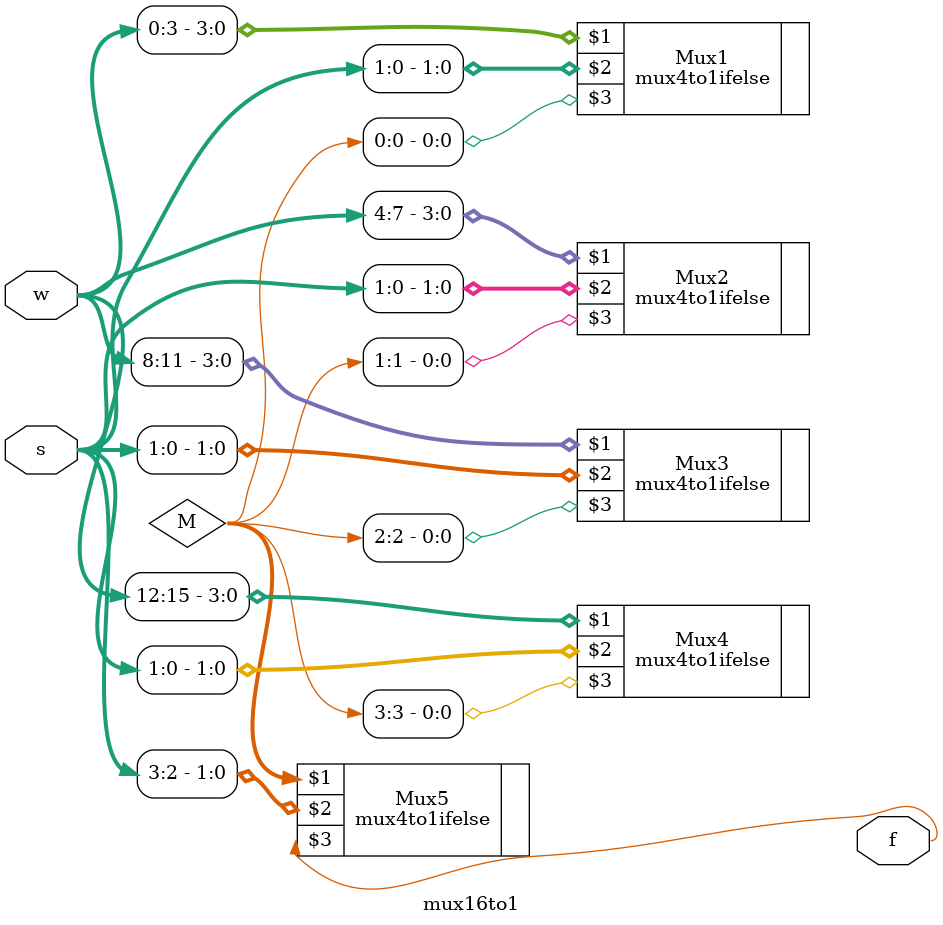
<source format=v>
module mux16to1(w,s,f);
             input [0:15] w;
             input [3:0] s;
             output f;
             wire [0:3] M;
             mux4to1ifelse Mux1 (w[0:3], s[1:0], M[0]);
             mux4to1ifelse Mux2 (w[4:7], s[1:0], M[1]);
             mux4to1ifelse Mux3 (w[8:11], s[1:0], M[2]);
             mux4to1ifelse Mux4 (w[12:15], s[1:0], M[3]);
             mux4to1ifelse Mux5 (M[0:3], s[3:2], f);
             
endmodule 
</source>
